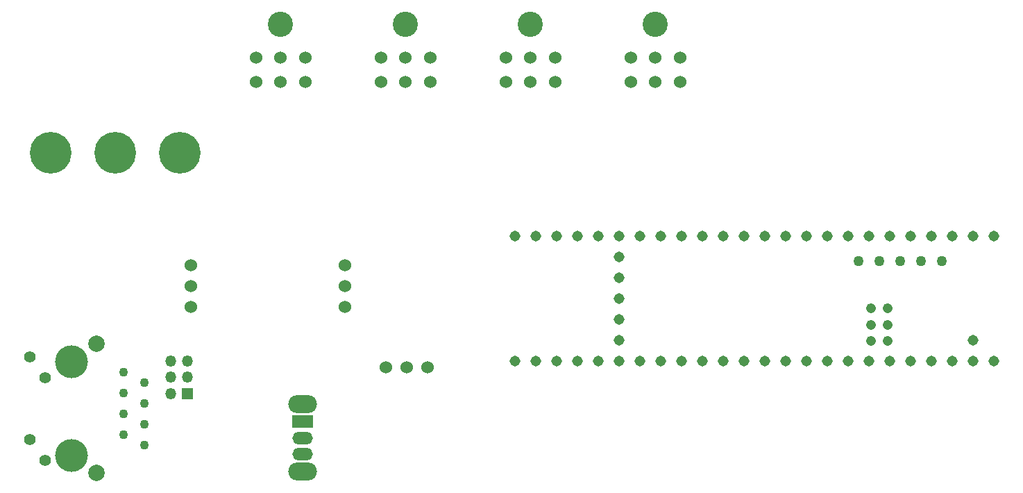
<source format=gbr>
%TF.GenerationSoftware,KiCad,Pcbnew,(5.1.10)-1*%
%TF.CreationDate,2021-12-04T20:09:58-06:00*%
%TF.ProjectId,GimbalBoard_Hardware,47696d62-616c-4426-9f61-72645f486172,rev?*%
%TF.SameCoordinates,Original*%
%TF.FileFunction,Soldermask,Bot*%
%TF.FilePolarity,Negative*%
%FSLAX46Y46*%
G04 Gerber Fmt 4.6, Leading zero omitted, Abs format (unit mm)*
G04 Created by KiCad (PCBNEW (5.1.10)-1) date 2021-12-04 20:09:58*
%MOMM*%
%LPD*%
G01*
G04 APERTURE LIST*
%ADD10C,1.308000*%
%ADD11C,1.208000*%
%ADD12C,1.258000*%
%ADD13O,3.500000X2.200000*%
%ADD14O,2.500000X1.500000*%
%ADD15R,2.500000X1.500000*%
%ADD16C,1.524000*%
%ADD17C,3.073400*%
%ADD18C,2.000000*%
%ADD19C,1.400000*%
%ADD20C,4.000000*%
%ADD21C,1.100000*%
%ADD22R,1.350000X1.350000*%
%ADD23O,1.350000X1.350000*%
%ADD24C,5.080000*%
G04 APERTURE END LIST*
D10*
%TO.C,U5*%
X146558000Y-62484000D03*
X100838000Y-65024000D03*
X110998000Y-77724000D03*
D11*
X131588000Y-75274000D03*
X131588000Y-71274000D03*
D10*
X100838000Y-75184000D03*
D11*
X133588000Y-75274000D03*
D10*
X144018000Y-62484000D03*
X100838000Y-67564000D03*
X144018000Y-75184000D03*
X100838000Y-72644000D03*
D11*
X131588000Y-73274000D03*
D10*
X100838000Y-70104000D03*
X146558000Y-77724000D03*
X121158000Y-62484000D03*
X90678000Y-62484000D03*
X103378000Y-77724000D03*
X136398000Y-62484000D03*
X133858000Y-77724000D03*
X141478000Y-77724000D03*
D12*
X140208000Y-65534000D03*
D10*
X141478000Y-62484000D03*
D12*
X137668000Y-65534000D03*
D10*
X118618000Y-77724000D03*
X144018000Y-77724000D03*
X93218000Y-77724000D03*
D11*
X133588000Y-73274000D03*
D10*
X108458000Y-77724000D03*
X116078000Y-62484000D03*
D12*
X135128000Y-65534000D03*
D10*
X128778000Y-77724000D03*
X131318000Y-77724000D03*
X98298000Y-62484000D03*
X108458000Y-62484000D03*
X88138000Y-62484000D03*
X95758000Y-62484000D03*
X100838000Y-77724000D03*
X126238000Y-77724000D03*
X123698000Y-62484000D03*
D11*
X133588000Y-71274000D03*
D10*
X95758000Y-77724000D03*
X105918000Y-77724000D03*
X133858000Y-62484000D03*
D12*
X132588000Y-65534000D03*
D10*
X128778000Y-62484000D03*
X118618000Y-62484000D03*
X113538000Y-62484000D03*
X90678000Y-77724000D03*
X100838000Y-62484000D03*
X88138000Y-77724000D03*
D12*
X130048000Y-65534000D03*
D10*
X116078000Y-77724000D03*
X123698000Y-77724000D03*
X131318000Y-62484000D03*
X126238000Y-62484000D03*
X136398000Y-77724000D03*
X105918000Y-62484000D03*
X138938000Y-62484000D03*
X121158000Y-77724000D03*
X103378000Y-62484000D03*
X110998000Y-62484000D03*
X113538000Y-77724000D03*
X93218000Y-62484000D03*
X98298000Y-77724000D03*
X138938000Y-77724000D03*
%TD*%
D13*
%TO.C,SW9*%
X62230000Y-91190000D03*
X62230000Y-82990000D03*
D14*
X62230000Y-89090000D03*
X62230000Y-87090000D03*
D15*
X62230000Y-85090000D03*
%TD*%
D16*
%TO.C,U1*%
X48615600Y-66040000D03*
X48615600Y-68580000D03*
X48615600Y-71120000D03*
%TD*%
%TO.C,Conn13*%
X77800200Y-43688000D03*
X77800200Y-40690800D03*
D17*
X74803000Y-36626800D03*
D16*
X74803000Y-40690800D03*
X71805800Y-40690800D03*
X71805800Y-43688000D03*
X74803000Y-43688000D03*
%TD*%
%TO.C,Conn12*%
X93040200Y-43688000D03*
X93040200Y-40690800D03*
D17*
X90043000Y-36626800D03*
D16*
X90043000Y-40690800D03*
X87045800Y-40690800D03*
X87045800Y-43688000D03*
X90043000Y-43688000D03*
%TD*%
%TO.C,Conn11*%
X105283000Y-43688000D03*
X102285800Y-43688000D03*
X102285800Y-40690800D03*
X105283000Y-40690800D03*
D17*
X105283000Y-36626800D03*
D16*
X108280200Y-40690800D03*
X108280200Y-43688000D03*
%TD*%
%TO.C,Conn10*%
X62560200Y-43688000D03*
X62560200Y-40690800D03*
D17*
X59563000Y-36626800D03*
D16*
X59563000Y-40690800D03*
X56565800Y-40690800D03*
X56565800Y-43688000D03*
X59563000Y-43688000D03*
%TD*%
D18*
%TO.C,J2*%
X37132000Y-91366800D03*
X37132000Y-75616800D03*
D19*
X29002000Y-77166800D03*
X30792000Y-89816800D03*
X30792000Y-79706800D03*
X29002000Y-87276800D03*
D20*
X34082000Y-77776800D03*
X34082000Y-89206800D03*
D21*
X40432000Y-79046800D03*
X40432000Y-81586800D03*
X40432000Y-84126800D03*
X40432000Y-86666800D03*
X42972000Y-80316800D03*
X42972000Y-82856800D03*
X42972000Y-85396800D03*
X42972000Y-87936800D03*
%TD*%
D22*
%TO.C,J1*%
X48158400Y-81686400D03*
D23*
X46158400Y-81686400D03*
X48158400Y-79686400D03*
X46158400Y-79686400D03*
X48158400Y-77686400D03*
X46158400Y-77686400D03*
%TD*%
D16*
%TO.C,U3*%
X72390000Y-78486000D03*
X74930000Y-78486000D03*
X77470000Y-78486000D03*
%TD*%
%TO.C,U2*%
X67411600Y-66040000D03*
X67411600Y-68580000D03*
X67411600Y-71120000D03*
%TD*%
D24*
%TO.C,Conn9*%
X31496000Y-52324000D03*
X39370000Y-52324000D03*
X47244000Y-52324000D03*
%TD*%
M02*

</source>
